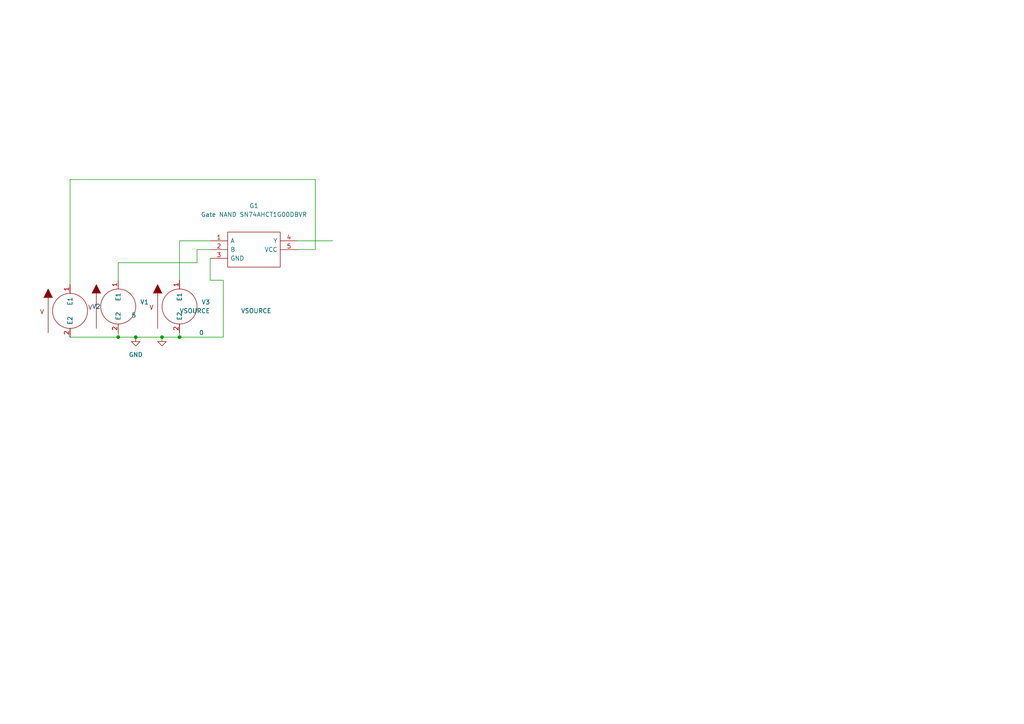
<source format=kicad_sch>
(kicad_sch (version 20211123) (generator eeschema)
  (paper "A4")
  (lib_symbols
    (symbol "EPSA_lib:Gate NAND SN74AHCT1G00DBVR" (pin_names (offset 0.762))
      (property "Reference" "G" (at 33.02 7.62 0))
      (property "Value" "Gate NAND SN74AHCT1G00DBVR" (at 33.02 5.08 0))
      (property "Spice_Lib_File" "${EPSA}\\SpiceModel\\NAND_SN74AHCT1G00.lib" (at 33.02 12.7 0))
      (symbol "Gate NAND SN74AHCT1G00DBVR_0_0"
        (pin passive line (at 0 0 0) (length 5.08) (name "A") (number "1"))
        (pin passive line (at 0 -2.54 0) (length 5.08) (name "B") (number "2"))
        (pin passive line (at 0 -5.08 0) (length 5.08) (name "GND") (number "3"))
        (pin passive line (at 25.4 0 180) (length 5.08) (name "Y") (number "4"))
        (pin passive line (at 25.4 -2.54 180) (length 5.08) (name "VCC") (number "5"))
      )
      (symbol "Gate NAND SN74AHCT1G00DBVR_0_1"
        (polyline (pts (xy 5.08 2.54) (xy 20.32 2.54) (xy 20.32 -7.62) (xy 5.08 -7.62) (xy 5.08 2.54)) (stroke (width 0.1524)))
      )
    )
    (symbol "power:GND" (power) (pin_names (offset 0))
      (property "Value" "GND" (at 0 -3.81 0))
      (symbol "GND_0_1"
        (polyline (pts (xy 0 0) (xy 0 -1.27) (xy 1.27 -1.27) (xy 0 -2.54) (xy -1.27 -1.27) (xy 0 -1.27)))
      )
      (symbol "GND_1_1"
        (pin power_in line (at 0 0 270) (length 0) hide (name "GND") (number "1"))
      )
    )
    (symbol "pspice:0" (power) (pin_names (offset 0))
      (property "Value" "0" (at 0 -1.778 0))
      (symbol "0_0_1"
        (polyline (pts (xy -1.27 0) (xy 0 -1.27) (xy 1.27 0) (xy -1.27 0)))
      )
      (symbol "0_1_1"
        (pin power_in line (at 0 0 0) (length 0) hide (name "0") (number "1"))
      )
    )
    (symbol "pspice:VSOURCE" (pin_names (offset 1.016))
      (property "Reference" "V" (at -6.35 7.62 0))
      (property "Value" "VSOURCE" (at 0 0 0))
      (symbol "VSOURCE_0_1"
        (polyline (pts (xy -6.35 -6.35) (xy -6.35 3.81)) (fill (type outline)))
        (polyline (pts (xy -7.62 3.81) (xy -6.35 6.35) (xy -5.08 3.81)) (fill (type outline)))
        (circle (center 0 0) (radius 5.08))
        (text "V" (at -8.128 -0.254 0) (effects (font (size 1.27 1.27))))
      )
      (symbol "VSOURCE_1_1"
        (pin input line (at 0 7.62 270) (length 2.54) (name "E1") (number "1"))
        (pin input line (at 0 -7.62 90) (length 2.54) (name "E2") (number "2"))
      )
    )
  )
  (junction (at 46.99 97.79))
  (junction (at 52.07 97.79))
  (junction (at 34.29 97.79))
  (junction (at 39.37 97.79))
  (wire (pts (xy 34.29 96.52) (xy 34.29 97.79)))
  (wire (pts (xy 46.99 97.79) (xy 52.07 97.79)))
  (wire (pts (xy 46.99 97.79) (xy 46.99 99.06)))
  (wire (pts (xy 52.07 81.28) (xy 52.07 69.85)))
  (wire (pts (xy 20.32 97.79) (xy 34.29 97.79)))
  (wire (pts (xy 34.29 97.79) (xy 39.37 97.79)))
  (wire (pts (xy 57.15 72.39) (xy 60.96 72.39)))
  (wire (pts (xy 34.29 76.2) (xy 34.29 81.28)))
  (wire (pts (xy 60.96 74.93) (xy 60.96 81.28)))
  (wire (pts (xy 52.07 69.85) (xy 60.96 69.85)))
  (wire (pts (xy 60.96 81.28) (xy 64.77 81.28)))
  (wire (pts (xy 86.36 69.85) (xy 96.52 69.85)))
  (wire (pts (xy 52.07 96.52) (xy 52.07 97.79)))
  (wire (pts (xy 91.44 72.39) (xy 91.44 52.07)))
  (wire (pts (xy 39.37 97.79) (xy 46.99 97.79)))
  (wire (pts (xy 20.32 82.55) (xy 20.32 52.07)))
  (wire (pts (xy 86.36 72.39) (xy 91.44 72.39)))
  (wire (pts (xy 52.07 97.79) (xy 64.77 97.79)))
  (wire (pts (xy 20.32 52.07) (xy 91.44 52.07)))
  (wire (pts (xy 57.15 76.2) (xy 57.15 72.39)))
  (wire (pts (xy 64.77 97.79) (xy 64.77 81.28)))
  (wire (pts (xy 34.29 76.2) (xy 57.15 76.2)))
  (symbol (lib_id "pspice:VSOURCE") (at 20.32 90.17 0) (unit 1)
    (property "Reference" "V2" (at 26.67 88.8999 0) (effects (justify left)))
    (property "Value" "VSOURCE" (at 38.1 91.4399 0) (effects (justify left)))
    (property "Spice_Primitive" "V" (effects hide))
    (property "Spice_Model" "dc 5" (effects hide))
    (property "Spice_Netlist_Enabled" "Y" (effects hide))
  )
  (symbol (lib_id "pspice:VSOURCE") (at 52.07 88.9 0) (unit 1)
    (property "Reference" "V3" (at 58.42 87.6299 0) (effects (justify left)))
    (property "Value" "VSOURCE" (at 69.85 90.1699 0) (effects (justify left)))
    (property "Spice_Primitive" "V" (effects hide))
    (property "Spice_Model" "dc 5 pulse(0 5 1 100m 100m 2 4)" (effects hide))
    (property "Spice_Netlist_Enabled" "Y" (effects hide))
  )
  (symbol (lib_id "pspice:0") (at 46.99 99.06 0) (unit 1)
    (property "Reference" "#GND01" (effects hide))
    (property "Value" "0" (at 58.42 96.52 0))
  )
  (symbol (lib_id "pspice:VSOURCE") (at 34.29 88.9 0) (unit 1)
    (property "Reference" "V1" (at 40.64 87.6299 0) (effects (justify left)))
    (property "Value" "VSOURCE" (at 52.07 90.1699 0) (effects (justify left)))
    (property "Spice_Primitive" "V" (effects hide))
    (property "Spice_Model" "dc 5 pulse(0 5 2 100m 100m 2 4)" (effects hide))
    (property "Spice_Netlist_Enabled" "Y" (effects hide))
  )
  (symbol (lib_id "EPSA_lib:Gate NAND SN74AHCT1G00DBVR") (at 60.96 69.85 0) (unit 1)
    (property "Reference" "G1" (at 73.66 59.69 0))
    (property "Value" "Gate NAND SN74AHCT1G00DBVR" (at 73.66 62.23 0))
    (property "Footprint" "SOT95P280X145-5N" (effects hide))
    (property "Datasheet" "http://www.ti.com/lit/gpn/sn74ahct1g00" (effects hide))
    (property "Description" "Single 2-Input Positive-NAND Gate" (effects hide))
    (property "Height" "1.45" (effects hide))
    (property "Manufacturer_Name" "Texas Instruments" (effects hide))
    (property "Manufacturer_Part_Number" "SN74AHCT1G00DBVR" (effects hide))
    (property "Mouser Part Number" "595-SN74AHCT1G00DBVR" (effects hide))
    (property "Mouser Price/Stock" "https://www.mouser.co.uk/ProductDetail/Texas-Instruments/SN74AHCT1G00DBVR?qs=w32V8uFkMxnwwXcMH%2F61Dg%3D%3D" (effects hide))
    (property "Arrow Part Number" "SN74AHCT1G00DBVR" (effects hide))
    (property "Arrow Price/Stock" "https://www.arrow.com/en/products/sn74ahct1g00dbvr/texas-instruments" (effects hide))
    (property "Spice_Primitive" "X" (effects hide))
    (property "Spice_Model" "SN74AHCT1G00" (effects hide))
    (property "Spice_Netlist_Enabled" "Y" (effects hide))
    (property "Spice_Node_Sequence" "4,1,2,5,3" (effects hide))
    (property "Spice_Lib_File" "${EPSA}\\SpiceModel\\NAND_SN74AHCT1G00.lib" (at 73.66 64.77 0))
  )
  (symbol (lib_id "power:GND") (at 39.37 97.79 0) (unit 1)
    (property "Reference" "#PWR01" (effects hide))
    (property "Value" "GND" (at 39.37 102.87 0))
  )
)
</source>
